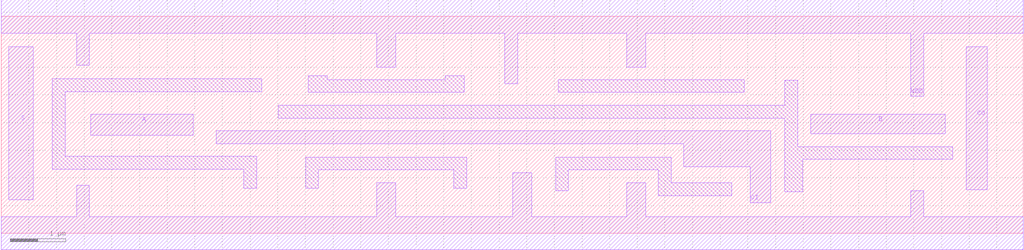
<source format=lef>
# Copyright 2022 GlobalFoundries PDK Authors
#
# Licensed under the Apache License, Version 2.0 (the "License");
# you may not use this file except in compliance with the License.
# You may obtain a copy of the License at
#
#      http://www.apache.org/licenses/LICENSE-2.0
#
# Unless required by applicable law or agreed to in writing, software
# distributed under the License is distributed on an "AS IS" BASIS,
# WITHOUT WARRANTIES OR CONDITIONS OF ANY KIND, either express or implied.
# See the License for the specific language governing permissions and
# limitations under the License.

MACRO gf180mcu_fd_sc_mcu7t5v0__addf_1
  CLASS core ;
  FOREIGN gf180mcu_fd_sc_mcu7t5v0__addf_1 0.0 0.0 ;
  ORIGIN 0 0 ;
  SYMMETRY X Y ;
  SITE GF018hv5v_mcu_sc7 ;
  SIZE 18.48 BY 3.92 ;
  PIN A
    DIRECTION INPUT ;
    ANTENNAGATEAREA 2.272 ;
    PORT
      LAYER METAL1 ;
        POLYGON 1.615 1.77 3.47 1.77 3.47 2.15 1.615 2.15  ;
    END
  END A
  PIN B
    DIRECTION INPUT ;
    ANTENNAGATEAREA 2.272 ;
    PORT
      LAYER METAL1 ;
        POLYGON 14.64 1.795 17.07 1.795 17.07 2.15 14.64 2.15  ;
    END
  END B
  PIN CI
    DIRECTION INPUT ;
    ANTENNAGATEAREA 1.694 ;
    PORT
      LAYER METAL1 ;
        POLYGON 3.89 1.62 8.415 1.62 12.34 1.62 12.34 1.2 13.21 1.2 13.54 1.2 13.54 0.55 13.91 0.55 13.91 1.85 13.21 1.85 8.415 1.85 3.89 1.85  ;
    END
  END CI
  PIN CO
    DIRECTION OUTPUT ;
    ANTENNADIFFAREA 0.8932 ;
    PORT
      LAYER METAL1 ;
        POLYGON 17.45 0.79 17.83 0.79 17.83 3.37 17.45 3.37  ;
    END
  END CO
  PIN S
    DIRECTION OUTPUT ;
    ANTENNADIFFAREA 0.847 ;
    PORT
      LAYER METAL1 ;
        POLYGON 0.14 0.61 0.575 0.61 0.575 3.37 0.14 3.37  ;
    END
  END S
  PIN VDD
    DIRECTION INOUT ;
    USE power ;
    SHAPE ABUTMENT ;
    PORT
      LAYER METAL1 ;
        POLYGON 0 3.62 1.365 3.62 1.365 3.04 1.595 3.04 1.595 3.62 4.71 3.62 6.79 3.62 6.79 3.005 7.13 3.005 7.13 3.62 8.37 3.62 9.105 3.62 9.105 2.705 9.335 2.705 9.335 3.62 11.31 3.62 11.31 3.005 11.65 3.005 11.65 3.62 13.43 3.62 16.445 3.62 16.445 2.48 16.675 2.48 16.675 3.62 17.2 3.62 18.48 3.62 18.48 4.22 17.2 4.22 13.43 4.22 8.37 4.22 4.71 4.22 0 4.22  ;
    END
  END VDD
  PIN VSS
    DIRECTION INOUT ;
    USE ground ;
    SHAPE ABUTMENT ;
    PORT
      LAYER METAL1 ;
        POLYGON 0 -0.3 18.48 -0.3 18.48 0.3 16.675 0.3 16.675 0.765 16.445 0.765 16.445 0.3 11.65 0.3 11.65 0.915 11.31 0.915 11.31 0.3 9.59 0.3 9.59 1.09 9.25 1.09 9.25 0.3 7.13 0.3 7.13 0.915 6.79 0.915 6.79 0.3 1.595 0.3 1.595 0.87 1.365 0.87 1.365 0.3 0 0.3  ;
    END
  END VSS
  OBS
      LAYER METAL1 ;
        POLYGON 1.155 2.56 4.71 2.56 4.71 2.79 0.925 2.79 0.925 1.16 4.385 1.16 4.385 0.81 4.615 0.81 4.615 1.39 1.155 1.39  ;
        POLYGON 5.55 2.545 8.37 2.545 8.37 2.845 8.03 2.845 8.03 2.775 5.89 2.775 5.89 2.845 5.55 2.845  ;
        POLYGON 5.505 0.81 5.735 0.81 5.735 1.145 8.185 1.145 8.185 0.81 8.415 0.81 8.415 1.375 5.505 1.375  ;
        POLYGON 10.025 0.77 10.255 0.77 10.255 1.145 11.88 1.145 11.88 0.68 13.21 0.68 13.21 0.915 12.11 0.915 12.11 1.375 10.025 1.375  ;
        POLYGON 10.07 2.545 13.43 2.545 13.43 2.775 10.07 2.775  ;
        POLYGON 5.01 2.08 14.17 2.08 14.17 0.75 14.495 0.75 14.495 1.335 17.2 1.335 17.2 1.565 14.4 1.565 14.4 2.765 14.165 2.765 14.165 2.315 5.01 2.315  ;
  END
END gf180mcu_fd_sc_mcu7t5v0__addf_1

</source>
